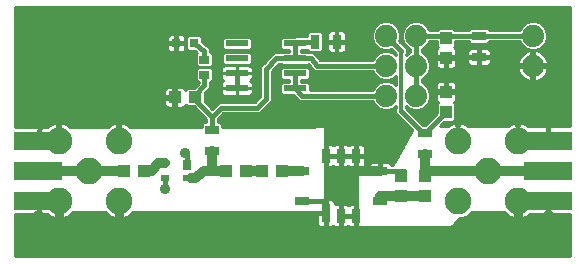
<source format=gtl>
G75*
%MOIN*%
%OFA0B0*%
%FSLAX24Y24*%
%IPPOS*%
%LPD*%
%AMOC8*
5,1,8,0,0,1.08239X$1,22.5*
%
%ADD10R,0.0780X0.0220*%
%ADD11R,0.1600X0.0600*%
%ADD12R,0.0433X0.0394*%
%ADD13R,0.0394X0.0433*%
%ADD14R,0.0472X0.0315*%
%ADD15R,0.0315X0.0472*%
%ADD16R,0.0315X0.0354*%
%ADD17R,0.0315X0.0236*%
%ADD18C,0.0740*%
%ADD19R,0.0315X0.0630*%
%ADD20C,0.0886*%
%ADD21R,0.0354X0.0276*%
%ADD22R,0.0315X0.0315*%
%ADD23C,0.0320*%
%ADD24C,0.0160*%
%ADD25C,0.0100*%
%ADD26C,0.0356*%
%ADD27C,0.0120*%
D10*
X007710Y005930D03*
X007710Y006430D03*
X007710Y006930D03*
X007710Y007430D03*
X009650Y007430D03*
X009650Y006930D03*
X009650Y006430D03*
X009650Y005930D03*
D11*
X018080Y004180D03*
X018080Y003180D03*
X018080Y002180D03*
X001080Y002180D03*
X001080Y003180D03*
X001080Y004180D03*
D12*
X003945Y003180D03*
X004615Y003180D03*
X007345Y003180D03*
X008015Y003180D03*
X008545Y003180D03*
X009215Y003180D03*
X006315Y005630D03*
X005645Y005630D03*
D13*
X013180Y003015D03*
X013980Y003015D03*
X013980Y002345D03*
X013180Y002345D03*
X014680Y005145D03*
X014680Y005815D03*
X014680Y006945D03*
X014680Y007615D03*
D14*
X015780Y007684D03*
X015780Y006976D03*
X013980Y004434D03*
X013980Y003726D03*
X012483Y003180D03*
X012483Y002180D03*
X009877Y002180D03*
X009877Y003180D03*
X006880Y003826D03*
X006880Y004534D03*
D15*
X010680Y003680D03*
X011180Y003680D03*
X011680Y003680D03*
X011680Y001680D03*
X011180Y001680D03*
X011034Y007480D03*
X010326Y007480D03*
D16*
X006034Y003377D03*
D17*
X005326Y003436D03*
X005326Y002924D03*
X006034Y002924D03*
D18*
X012680Y005680D03*
X013680Y005680D03*
X013680Y006680D03*
X012680Y006680D03*
X012680Y007680D03*
X013680Y007680D03*
X017580Y007680D03*
X017580Y006680D03*
D19*
X010680Y001759D03*
D20*
X015080Y002180D03*
X016080Y003180D03*
X015080Y004180D03*
X017080Y004180D03*
X017080Y002180D03*
X003780Y002180D03*
X001780Y002180D03*
X002780Y003180D03*
X001780Y004180D03*
X003780Y004180D03*
D21*
X006630Y006374D03*
X006630Y006886D03*
D22*
X006275Y007430D03*
X005685Y007430D03*
D23*
X006880Y003826D02*
X006880Y003180D01*
X007345Y003180D01*
X006880Y003180D02*
X006630Y003180D01*
X006330Y002930D01*
X006184Y002930D01*
X005326Y003436D02*
X005080Y003436D01*
X004880Y003180D01*
X004615Y003180D01*
X003945Y003180D02*
X002780Y003180D01*
X001080Y003180D01*
X008015Y003180D02*
X008545Y003180D01*
X009215Y003180D02*
X009877Y003180D01*
X011683Y003180D02*
X012483Y003180D01*
X013980Y003015D02*
X013980Y003726D01*
X014080Y003180D02*
X016080Y003180D01*
X017880Y003180D01*
X018080Y003180D01*
X013980Y002345D02*
X013180Y002345D01*
X012483Y002345D01*
D24*
X000360Y001700D02*
X000360Y000360D01*
X018770Y000360D01*
X018770Y001700D01*
X018150Y001700D01*
X018150Y001780D01*
X018010Y001780D01*
X018010Y001700D01*
X017479Y001700D01*
X017406Y001647D01*
X017319Y001603D01*
X017226Y001572D01*
X017148Y001560D01*
X017148Y001758D01*
X017136Y001769D01*
X017130Y001780D01*
X017012Y001780D01*
X017012Y001560D01*
X016934Y001572D01*
X016841Y001603D01*
X016754Y001647D01*
X016674Y001705D01*
X016605Y001774D01*
X016601Y001780D01*
X015559Y001780D01*
X015555Y001774D01*
X015486Y001705D01*
X015406Y001647D01*
X015319Y001603D01*
X015226Y001572D01*
X015162Y001562D01*
X014880Y001280D01*
X011914Y001280D01*
X011907Y001276D01*
X011861Y001264D01*
X011680Y001264D01*
X011680Y001280D01*
X011680Y001280D01*
X011680Y001680D01*
X011680Y001680D01*
X011680Y003680D01*
X011683Y003180D01*
X011680Y003192D02*
X010680Y003192D01*
X010680Y003264D02*
X010680Y003680D01*
X010680Y002180D01*
X009877Y002180D01*
X010680Y002180D02*
X010680Y001759D01*
X010680Y003680D01*
X011017Y003680D01*
X011180Y003680D01*
X011517Y003680D01*
X011680Y003680D01*
X011680Y004680D01*
X013369Y004680D01*
X013506Y004543D01*
X012890Y003398D01*
X012887Y003407D01*
X012863Y003448D01*
X012830Y003482D01*
X012789Y003505D01*
X012743Y003517D01*
X012483Y003517D01*
X012223Y003517D01*
X012177Y003505D01*
X012136Y003482D01*
X012103Y003448D01*
X012079Y003407D01*
X012072Y003380D01*
X012007Y003380D01*
X012017Y003420D01*
X012017Y003680D01*
X012017Y003940D01*
X012005Y003986D01*
X011982Y004027D01*
X011948Y004060D01*
X011907Y004084D01*
X011861Y004096D01*
X011680Y004096D01*
X011680Y003680D01*
X011680Y003680D01*
X012017Y003680D01*
X011680Y003680D01*
X011680Y003680D01*
X011680Y003680D01*
X011680Y004730D01*
X010680Y004730D01*
X010680Y003680D01*
X010680Y003680D01*
X010680Y003680D01*
X010680Y004096D01*
X010861Y004096D01*
X010907Y004084D01*
X010930Y004071D01*
X010953Y004084D01*
X010999Y004096D01*
X011180Y004096D01*
X011180Y003680D01*
X011180Y003680D01*
X011180Y003680D01*
X011680Y003680D01*
X011680Y003680D01*
X011680Y003680D01*
X011680Y004096D01*
X011499Y004096D01*
X011453Y004084D01*
X011430Y004071D01*
X011407Y004084D01*
X011361Y004096D01*
X011180Y004096D01*
X011180Y003680D01*
X011180Y003680D01*
X011180Y003264D01*
X011180Y003680D01*
X011180Y003680D01*
X010680Y003680D01*
X010680Y003680D01*
X010680Y003667D02*
X010680Y003667D01*
X010680Y003509D02*
X010680Y003509D01*
X010680Y003350D02*
X010680Y003350D01*
X010680Y003264D02*
X010861Y003264D01*
X010907Y003276D01*
X010930Y003289D01*
X010953Y003276D01*
X010999Y003264D01*
X011180Y003264D01*
X011361Y003264D01*
X011407Y003276D01*
X011430Y003289D01*
X011453Y003276D01*
X011499Y003264D01*
X011680Y003264D01*
X011680Y003680D01*
X011680Y003667D02*
X011680Y003667D01*
X011680Y003509D02*
X011680Y003509D01*
X011680Y003350D02*
X011680Y003350D01*
X012017Y003509D02*
X012190Y003509D01*
X012017Y003667D02*
X013035Y003667D01*
X012949Y003509D02*
X012777Y003509D01*
X012483Y003509D02*
X012483Y003509D01*
X012483Y003517D02*
X012483Y003380D01*
X012483Y003380D01*
X012483Y003517D01*
X012017Y003826D02*
X013120Y003826D01*
X013205Y003984D02*
X012006Y003984D01*
X011680Y003984D02*
X011680Y003984D01*
X011680Y003984D01*
X011680Y003826D02*
X011680Y003826D01*
X011680Y003826D01*
X011180Y003826D02*
X011180Y003826D01*
X011180Y003984D02*
X011180Y003984D01*
X011680Y004143D02*
X013291Y004143D01*
X013376Y004301D02*
X011680Y004301D01*
X010680Y004301D01*
X010680Y004460D02*
X011680Y004460D01*
X013461Y004460D01*
X013431Y004618D02*
X011680Y004618D01*
X010680Y004618D01*
X010680Y004143D02*
X011680Y004143D01*
X010680Y003984D02*
X010680Y003984D01*
X010680Y003826D02*
X010680Y003826D01*
X011180Y003667D02*
X011180Y003667D01*
X011180Y003509D02*
X011180Y003509D01*
X011180Y003350D02*
X011180Y003350D01*
X010680Y003033D02*
X011680Y003033D01*
X011680Y002875D02*
X010680Y002875D01*
X010680Y002716D02*
X011680Y002716D01*
X011680Y002558D02*
X010680Y002558D01*
X010680Y002399D02*
X011680Y002399D01*
X011680Y002241D02*
X010909Y002241D01*
X010907Y002241D02*
X010861Y002254D01*
X010680Y002254D01*
X010680Y001759D01*
X010680Y001759D01*
X010680Y001759D01*
X010343Y001759D01*
X010343Y001780D01*
X004259Y001780D01*
X004255Y001774D01*
X004186Y001705D01*
X004106Y001647D01*
X004019Y001603D01*
X003926Y001572D01*
X003848Y001560D01*
X003848Y001780D01*
X003712Y001780D01*
X003712Y001560D01*
X003634Y001572D01*
X003541Y001603D01*
X003454Y001647D01*
X003374Y001705D01*
X003305Y001774D01*
X003301Y001780D01*
X002259Y001780D01*
X002255Y001774D01*
X002186Y001705D01*
X002106Y001647D01*
X002019Y001603D01*
X001926Y001572D01*
X001848Y001560D01*
X001848Y001700D01*
X001712Y001700D01*
X001712Y001560D01*
X001634Y001572D01*
X001541Y001603D01*
X001454Y001647D01*
X001381Y001700D01*
X001150Y001700D01*
X001150Y001780D01*
X001010Y001780D01*
X001010Y001700D01*
X000360Y001700D01*
X000360Y001607D02*
X001533Y001607D01*
X001712Y001607D02*
X001848Y001607D01*
X002027Y001607D02*
X003533Y001607D01*
X003712Y001607D02*
X003848Y001607D01*
X004027Y001607D02*
X010343Y001607D01*
X010343Y001448D02*
X000360Y001448D01*
X000360Y001290D02*
X010430Y001290D01*
X010412Y001300D02*
X010453Y001276D01*
X010499Y001264D01*
X010680Y001264D01*
X010861Y001264D01*
X010907Y001276D01*
X010930Y001289D01*
X010953Y001276D01*
X010999Y001264D01*
X011180Y001264D01*
X011361Y001264D01*
X011407Y001276D01*
X011430Y001289D01*
X011453Y001276D01*
X011499Y001264D01*
X011680Y001264D01*
X011680Y001680D01*
X011680Y001680D01*
X011680Y001680D01*
X011180Y001680D01*
X011180Y001680D01*
X011680Y001680D01*
X011680Y001030D01*
X010680Y001030D01*
X010680Y001759D01*
X010343Y001759D01*
X010343Y001420D01*
X010355Y001374D01*
X010378Y001333D01*
X010412Y001300D01*
X010680Y001290D02*
X010680Y001290D01*
X010680Y001290D01*
X010680Y001264D02*
X010680Y001759D01*
X010680Y001759D01*
X010680Y001264D01*
X010861Y001264D01*
X010907Y001276D01*
X010930Y001289D01*
X010953Y001276D01*
X010999Y001264D01*
X011180Y001264D01*
X011180Y001680D01*
X011180Y001680D01*
X011180Y001680D01*
X011180Y002096D01*
X011361Y002096D01*
X011407Y002084D01*
X011430Y002071D01*
X011453Y002084D01*
X011499Y002096D01*
X011680Y002096D01*
X011680Y001680D01*
X011680Y001680D01*
X011680Y001680D01*
X011343Y001680D01*
X011180Y001680D01*
X011180Y001680D01*
X011180Y001264D01*
X011180Y001680D01*
X011180Y001680D01*
X011343Y001680D01*
X011680Y001680D01*
X011680Y001264D01*
X011499Y001264D01*
X011453Y001276D01*
X011430Y001289D01*
X011407Y001276D01*
X011361Y001264D01*
X011180Y001264D01*
X011180Y001680D01*
X011180Y002096D01*
X011017Y002096D01*
X011017Y002097D01*
X011005Y002143D01*
X010982Y002184D01*
X010948Y002218D01*
X010907Y002241D01*
X010680Y002241D02*
X010680Y002241D01*
X010680Y002082D02*
X010680Y002082D01*
X010680Y001924D02*
X010680Y001924D01*
X010680Y001765D02*
X010680Y001765D01*
X010680Y001759D02*
X010680Y001264D01*
X010680Y001131D02*
X011680Y001131D01*
X011680Y001290D02*
X011680Y001290D01*
X011680Y001290D01*
X011680Y001448D02*
X011680Y001448D01*
X011680Y001448D01*
X011680Y001607D02*
X011680Y001607D01*
X011680Y001607D01*
X011680Y001765D02*
X011680Y001765D01*
X011680Y001924D02*
X011680Y001924D01*
X011680Y002082D02*
X011680Y002082D01*
X011450Y002082D02*
X011410Y002082D01*
X011180Y002082D02*
X011180Y002082D01*
X011180Y001924D02*
X011180Y001924D01*
X011180Y001765D02*
X011180Y001765D01*
X011180Y001607D02*
X011180Y001607D01*
X011180Y001607D01*
X011180Y001448D02*
X011180Y001448D01*
X011180Y001448D01*
X011180Y001290D02*
X011180Y001290D01*
X011180Y001290D01*
X010680Y001448D02*
X010680Y001448D01*
X010680Y001448D01*
X010680Y001607D02*
X010680Y001607D01*
X010680Y001607D01*
X010680Y001759D02*
X010680Y001759D01*
X010343Y001765D02*
X004246Y001765D01*
X003848Y001765D02*
X003712Y001765D01*
X003314Y001765D02*
X002246Y001765D01*
X001150Y001765D02*
X001010Y001765D01*
X001080Y002180D02*
X001180Y001030D01*
X000360Y000973D02*
X018770Y000973D01*
X018770Y000814D02*
X000360Y000814D01*
X000360Y000656D02*
X018770Y000656D01*
X018770Y000497D02*
X000360Y000497D01*
X000360Y001131D02*
X018770Y001131D01*
X018770Y001290D02*
X014890Y001290D01*
X015048Y001448D02*
X018770Y001448D01*
X018770Y001607D02*
X017327Y001607D01*
X017148Y001607D02*
X017012Y001607D01*
X016833Y001607D02*
X015327Y001607D01*
X015546Y001765D02*
X016614Y001765D01*
X017012Y001765D02*
X017140Y001765D01*
X018010Y001765D02*
X018150Y001765D01*
X018080Y002180D02*
X018080Y001080D01*
X014080Y003180D02*
X013980Y003015D01*
X013280Y003180D02*
X013180Y003015D01*
X013280Y003180D02*
X012483Y003180D01*
X012483Y002345D02*
X012483Y002180D01*
X013926Y004434D02*
X013180Y005180D01*
X012680Y005680D02*
X009880Y005680D01*
X009650Y005930D01*
X009650Y006430D01*
X010180Y006930D02*
X010380Y006680D01*
X012680Y006680D01*
X013680Y006680D02*
X013680Y005680D01*
X014680Y005145D02*
X013980Y004445D01*
X013980Y004434D01*
X013926Y004434D01*
X018080Y004180D02*
X018080Y006695D01*
X017580Y006680D01*
X017580Y007680D02*
X014680Y007680D01*
X013680Y007680D01*
X013680Y006680D01*
X013180Y007180D02*
X012680Y007680D01*
X014680Y007680D02*
X014680Y007615D01*
X014680Y007680D02*
X015780Y007684D01*
X010326Y007480D02*
X009730Y007480D01*
X009730Y007430D01*
X009650Y007430D01*
X009650Y006930D01*
X009030Y006930D01*
X008680Y006580D01*
X008680Y005580D01*
X008380Y005280D01*
X007180Y005280D01*
X006880Y004980D01*
X006315Y005545D01*
X006315Y005630D01*
X006315Y005715D01*
X006630Y006030D01*
X006630Y006374D01*
X006630Y006886D02*
X006630Y007175D01*
X006275Y007430D01*
X007710Y006430D02*
X007710Y005930D01*
X006880Y004980D02*
X006880Y004534D01*
X006034Y003780D02*
X006034Y003377D01*
X006034Y003780D02*
X005980Y003780D01*
X006034Y002924D02*
X006184Y002930D01*
X005326Y002930D02*
X005330Y002580D01*
X005326Y002924D02*
X005326Y002930D01*
X001080Y004180D02*
X001180Y004930D01*
X009650Y006930D02*
X010180Y006930D01*
D25*
X010322Y007057D02*
X010279Y007110D01*
X010267Y007111D01*
X010259Y007120D01*
X010191Y007120D01*
X010123Y007128D01*
X010115Y007121D01*
X010086Y007150D01*
X009840Y007150D01*
X009840Y007210D01*
X010058Y007210D01*
X010058Y007198D01*
X010123Y007134D01*
X010529Y007134D01*
X010593Y007198D01*
X010593Y007762D01*
X010529Y007826D01*
X010123Y007826D01*
X010058Y007762D01*
X010058Y007670D01*
X009651Y007670D01*
X009631Y007650D01*
X009214Y007650D01*
X009150Y007586D01*
X009150Y007274D01*
X009214Y007210D01*
X009460Y007210D01*
X009460Y007150D01*
X009214Y007150D01*
X009184Y007120D01*
X008951Y007120D01*
X008601Y006770D01*
X008490Y006659D01*
X008490Y005659D01*
X008301Y005470D01*
X007101Y005470D01*
X006880Y005249D01*
X006641Y005488D01*
X006641Y005772D01*
X006709Y005840D01*
X006820Y005951D01*
X006820Y006126D01*
X006853Y006126D01*
X006917Y006191D01*
X006917Y006557D01*
X006853Y006622D01*
X006407Y006622D01*
X006343Y006557D01*
X006343Y006191D01*
X006407Y006126D01*
X006440Y006126D01*
X006440Y006109D01*
X006268Y005937D01*
X006053Y005937D01*
X006001Y005886D01*
X005982Y005919D01*
X005954Y005947D01*
X005920Y005967D01*
X005882Y005977D01*
X005694Y005977D01*
X005694Y005678D01*
X005597Y005678D01*
X005597Y005582D01*
X005279Y005582D01*
X005279Y005413D01*
X005289Y005375D01*
X005309Y005341D01*
X005337Y005313D01*
X005371Y005293D01*
X005409Y005283D01*
X005597Y005283D01*
X005597Y005582D01*
X005694Y005582D01*
X005694Y005283D01*
X005882Y005283D01*
X005920Y005293D01*
X005954Y005313D01*
X005982Y005341D01*
X006001Y005374D01*
X006053Y005323D01*
X006268Y005323D01*
X006690Y004901D01*
X006690Y004802D01*
X006598Y004802D01*
X006534Y004737D01*
X006534Y004647D01*
X004155Y004641D01*
X004091Y004687D01*
X004008Y004729D01*
X003919Y004758D01*
X003830Y004772D01*
X003830Y004640D01*
X003730Y004639D01*
X003730Y004772D01*
X003641Y004758D01*
X003552Y004729D01*
X003469Y004687D01*
X003402Y004639D01*
X002162Y004635D01*
X002091Y004687D01*
X002008Y004729D01*
X001919Y004758D01*
X001830Y004772D01*
X001830Y004634D01*
X001730Y004634D01*
X001730Y004772D01*
X001641Y004758D01*
X001552Y004729D01*
X001469Y004687D01*
X001395Y004633D01*
X000330Y004630D01*
X000330Y008626D01*
X018800Y008626D01*
X018800Y004680D01*
X017406Y004676D01*
X017391Y004687D01*
X017308Y004729D01*
X017219Y004758D01*
X017130Y004772D01*
X017130Y004675D01*
X017030Y004675D01*
X017030Y004772D01*
X016941Y004758D01*
X016852Y004729D01*
X016769Y004687D01*
X016751Y004674D01*
X015413Y004671D01*
X015391Y004687D01*
X015308Y004729D01*
X015219Y004758D01*
X015130Y004772D01*
X015130Y004670D01*
X015030Y004670D01*
X015030Y004772D01*
X014941Y004758D01*
X014852Y004729D01*
X014769Y004687D01*
X014744Y004669D01*
X014471Y004668D01*
X014622Y004819D01*
X014922Y004819D01*
X014987Y004883D01*
X014987Y005407D01*
X014936Y005459D01*
X014969Y005478D01*
X014997Y005506D01*
X015017Y005540D01*
X015027Y005578D01*
X015027Y005766D01*
X014728Y005766D01*
X014728Y005863D01*
X014632Y005863D01*
X014632Y006181D01*
X014463Y006181D01*
X014425Y006171D01*
X014391Y006151D01*
X014363Y006123D01*
X014343Y006089D01*
X014333Y006051D01*
X014333Y005863D01*
X014632Y005863D01*
X014632Y005766D01*
X014333Y005766D01*
X014333Y005578D01*
X014343Y005540D01*
X014363Y005506D01*
X014391Y005478D01*
X014424Y005459D01*
X014373Y005407D01*
X014373Y005107D01*
X013968Y004702D01*
X013927Y004702D01*
X013350Y005279D01*
X013350Y005331D01*
X013408Y005273D01*
X013585Y005200D01*
X013775Y005200D01*
X013952Y005273D01*
X014087Y005408D01*
X014160Y005585D01*
X014160Y005775D01*
X014087Y005952D01*
X013952Y006087D01*
X013870Y006121D01*
X013870Y006239D01*
X013952Y006273D01*
X014087Y006408D01*
X014160Y006585D01*
X014160Y006775D01*
X014087Y006952D01*
X013952Y007087D01*
X013870Y007121D01*
X013870Y007239D01*
X013952Y007273D01*
X014087Y007408D01*
X014121Y007490D01*
X014373Y007490D01*
X014373Y007353D01*
X014424Y007301D01*
X014391Y007282D01*
X014363Y007254D01*
X014343Y007220D01*
X014333Y007182D01*
X014333Y006994D01*
X014632Y006994D01*
X014632Y006897D01*
X014728Y006897D01*
X014728Y006579D01*
X014897Y006579D01*
X014935Y006589D01*
X014969Y006609D01*
X014997Y006637D01*
X015017Y006671D01*
X015027Y006709D01*
X015027Y006897D01*
X014728Y006897D01*
X014728Y006994D01*
X015027Y006994D01*
X015027Y007182D01*
X015017Y007220D01*
X014997Y007254D01*
X014969Y007282D01*
X014936Y007301D01*
X014987Y007353D01*
X014987Y007490D01*
X015434Y007490D01*
X015434Y007481D01*
X015498Y007417D01*
X016062Y007417D01*
X016126Y007481D01*
X016126Y007490D01*
X017139Y007490D01*
X017173Y007408D01*
X017308Y007273D01*
X017485Y007200D01*
X017675Y007200D01*
X017852Y007273D01*
X017987Y007408D01*
X018060Y007585D01*
X018060Y007775D01*
X017987Y007952D01*
X017852Y008087D01*
X017675Y008160D01*
X017485Y008160D01*
X017308Y008087D01*
X017173Y007952D01*
X017139Y007870D01*
X016126Y007870D01*
X016126Y007887D01*
X016062Y007952D01*
X015498Y007952D01*
X015434Y007887D01*
X015434Y007873D01*
X014987Y007871D01*
X014987Y007877D01*
X014922Y007941D01*
X014438Y007941D01*
X014373Y007877D01*
X014373Y007870D01*
X014121Y007870D01*
X014087Y007952D01*
X013952Y008087D01*
X013775Y008160D01*
X013585Y008160D01*
X013408Y008087D01*
X013273Y007952D01*
X013200Y007775D01*
X013200Y007585D01*
X013273Y007408D01*
X013408Y007273D01*
X013490Y007239D01*
X013490Y007121D01*
X013408Y007087D01*
X013350Y007029D01*
X013350Y007081D01*
X013370Y007101D01*
X013370Y007259D01*
X013126Y007503D01*
X013160Y007585D01*
X013160Y007775D01*
X013087Y007952D01*
X012952Y008087D01*
X012775Y008160D01*
X012585Y008160D01*
X012408Y008087D01*
X012273Y007952D01*
X012200Y007775D01*
X012200Y007585D01*
X012273Y007408D01*
X012408Y007273D01*
X012585Y007200D01*
X012775Y007200D01*
X012857Y007234D01*
X013010Y007081D01*
X013010Y007029D01*
X012952Y007087D01*
X012775Y007160D01*
X012585Y007160D01*
X012408Y007087D01*
X012273Y006952D01*
X012239Y006870D01*
X010471Y006870D01*
X010370Y006997D01*
X010370Y007009D01*
X010322Y007057D01*
X010307Y007075D02*
X012396Y007075D01*
X012298Y006977D02*
X010386Y006977D01*
X010465Y006878D02*
X012242Y006878D01*
X012239Y006490D02*
X012273Y006408D01*
X012408Y006273D01*
X012585Y006200D01*
X012775Y006200D01*
X012952Y006273D01*
X013010Y006331D01*
X013010Y006029D01*
X012952Y006087D01*
X012775Y006160D01*
X012585Y006160D01*
X012408Y006087D01*
X012273Y005952D01*
X012239Y005870D01*
X010150Y005870D01*
X010150Y006086D01*
X010086Y006150D01*
X009840Y006150D01*
X009840Y006210D01*
X010086Y006210D01*
X010150Y006274D01*
X010150Y006586D01*
X010086Y006650D01*
X009214Y006650D01*
X009150Y006586D01*
X009150Y006274D01*
X009214Y006210D01*
X009460Y006210D01*
X009460Y006150D01*
X009214Y006150D01*
X009150Y006086D01*
X009150Y005774D01*
X009214Y005710D01*
X009594Y005710D01*
X009690Y005606D01*
X009690Y005601D01*
X009743Y005548D01*
X009793Y005493D01*
X009798Y005493D01*
X009801Y005490D01*
X009876Y005490D01*
X009951Y005487D01*
X009954Y005490D01*
X012239Y005490D01*
X012273Y005408D01*
X012408Y005273D01*
X012585Y005200D01*
X012775Y005200D01*
X012952Y005273D01*
X013010Y005331D01*
X013010Y005279D01*
X012990Y005259D01*
X012990Y005101D01*
X013426Y004665D01*
X007226Y004649D01*
X007226Y004737D01*
X007162Y004802D01*
X007070Y004802D01*
X007070Y004901D01*
X007259Y005090D01*
X008459Y005090D01*
X008570Y005201D01*
X008870Y005501D01*
X008870Y006501D01*
X009109Y006740D01*
X009184Y006740D01*
X009214Y006710D01*
X010086Y006710D01*
X010101Y006725D01*
X010190Y006613D01*
X010190Y006601D01*
X010238Y006553D01*
X010281Y006500D01*
X010293Y006499D01*
X010301Y006490D01*
X010369Y006490D01*
X010437Y006482D01*
X010447Y006490D01*
X012239Y006490D01*
X012242Y006484D02*
X010439Y006484D01*
X010423Y006484D02*
X010150Y006484D01*
X010150Y006386D02*
X012296Y006386D01*
X012394Y006287D02*
X010150Y006287D01*
X009840Y006189D02*
X013010Y006189D01*
X013010Y006287D02*
X012966Y006287D01*
X012944Y006090D02*
X013010Y006090D01*
X012416Y006090D02*
X010146Y006090D01*
X010150Y005992D02*
X012313Y005992D01*
X012249Y005893D02*
X010150Y005893D01*
X009607Y005696D02*
X008870Y005696D01*
X008870Y005598D02*
X009694Y005598D01*
X009788Y005499D02*
X008868Y005499D01*
X008769Y005401D02*
X012281Y005401D01*
X012379Y005302D02*
X008671Y005302D01*
X008572Y005204D02*
X012576Y005204D01*
X012784Y005204D02*
X012990Y005204D01*
X012981Y005302D02*
X013010Y005302D01*
X013350Y005302D02*
X013379Y005302D01*
X013425Y005204D02*
X013576Y005204D01*
X013784Y005204D02*
X014373Y005204D01*
X014373Y005302D02*
X013981Y005302D01*
X014079Y005401D02*
X014373Y005401D01*
X014370Y005499D02*
X014125Y005499D01*
X014160Y005598D02*
X014333Y005598D01*
X014333Y005696D02*
X014160Y005696D01*
X014152Y005795D02*
X014632Y005795D01*
X014728Y005795D02*
X018800Y005795D01*
X018800Y005893D02*
X015027Y005893D01*
X015027Y005863D02*
X015027Y006051D01*
X015017Y006089D01*
X014997Y006123D01*
X014969Y006151D01*
X014935Y006171D01*
X014897Y006181D01*
X014728Y006181D01*
X014728Y005863D01*
X015027Y005863D01*
X015027Y005992D02*
X018800Y005992D01*
X018800Y006090D02*
X015016Y006090D01*
X014728Y006090D02*
X014632Y006090D01*
X014632Y005992D02*
X014728Y005992D01*
X014728Y005893D02*
X014632Y005893D01*
X014333Y005893D02*
X014111Y005893D01*
X014047Y005992D02*
X014333Y005992D01*
X014344Y006090D02*
X013944Y006090D01*
X013870Y006189D02*
X017410Y006189D01*
X017380Y006198D02*
X017458Y006173D01*
X017530Y006161D01*
X017530Y006630D01*
X017630Y006630D01*
X017630Y006730D01*
X018099Y006730D01*
X018087Y006802D01*
X018062Y006880D01*
X018025Y006953D01*
X017977Y007019D01*
X017919Y007077D01*
X017853Y007125D01*
X017780Y007162D01*
X017702Y007187D01*
X017630Y007199D01*
X017630Y006730D01*
X017530Y006730D01*
X017530Y007199D01*
X017458Y007187D01*
X017380Y007162D01*
X017307Y007125D01*
X017241Y007077D01*
X017183Y007019D01*
X017135Y006953D01*
X017098Y006880D01*
X017073Y006802D01*
X017061Y006730D01*
X017530Y006730D01*
X017530Y006630D01*
X017061Y006630D01*
X017073Y006558D01*
X017098Y006480D01*
X017135Y006407D01*
X017183Y006341D01*
X017241Y006283D01*
X017307Y006235D01*
X017380Y006198D01*
X017530Y006189D02*
X017630Y006189D01*
X017630Y006161D02*
X017702Y006173D01*
X017780Y006198D01*
X017853Y006235D01*
X017919Y006283D01*
X017977Y006341D01*
X018025Y006407D01*
X018062Y006480D01*
X018087Y006558D01*
X018099Y006630D01*
X017630Y006630D01*
X017630Y006161D01*
X017750Y006189D02*
X018800Y006189D01*
X018800Y006287D02*
X017922Y006287D01*
X018009Y006386D02*
X018800Y006386D01*
X018800Y006484D02*
X018063Y006484D01*
X018091Y006583D02*
X018800Y006583D01*
X018800Y006681D02*
X017630Y006681D01*
X017630Y006583D02*
X017530Y006583D01*
X017530Y006681D02*
X016079Y006681D01*
X016074Y006678D02*
X016108Y006698D01*
X016136Y006726D01*
X016156Y006760D01*
X016166Y006798D01*
X016166Y006947D01*
X015809Y006947D01*
X015809Y007004D01*
X016166Y007004D01*
X016166Y007153D01*
X016156Y007191D01*
X016136Y007225D01*
X016108Y007253D01*
X016074Y007273D01*
X016036Y007283D01*
X015809Y007283D01*
X015809Y007004D01*
X015751Y007004D01*
X015751Y006947D01*
X015394Y006947D01*
X015394Y006798D01*
X015404Y006760D01*
X015424Y006726D01*
X015452Y006698D01*
X015486Y006678D01*
X015524Y006668D01*
X015751Y006668D01*
X015751Y006947D01*
X015809Y006947D01*
X015809Y006668D01*
X016036Y006668D01*
X016074Y006678D01*
X016161Y006780D02*
X017069Y006780D01*
X017098Y006878D02*
X016166Y006878D01*
X016166Y007075D02*
X017240Y007075D01*
X017153Y006977D02*
X015809Y006977D01*
X015751Y006977D02*
X014728Y006977D01*
X014632Y006977D02*
X014062Y006977D01*
X014118Y006878D02*
X014333Y006878D01*
X014333Y006897D02*
X014333Y006709D01*
X014343Y006671D01*
X014363Y006637D01*
X014391Y006609D01*
X014425Y006589D01*
X014463Y006579D01*
X014632Y006579D01*
X014632Y006897D01*
X014333Y006897D01*
X014333Y006780D02*
X014158Y006780D01*
X014160Y006681D02*
X014341Y006681D01*
X014450Y006583D02*
X014159Y006583D01*
X014118Y006484D02*
X017097Y006484D01*
X017069Y006583D02*
X014910Y006583D01*
X015019Y006681D02*
X015481Y006681D01*
X015399Y006780D02*
X015027Y006780D01*
X015027Y006878D02*
X015394Y006878D01*
X015394Y007004D02*
X015751Y007004D01*
X015751Y007283D01*
X015524Y007283D01*
X015486Y007273D01*
X015452Y007253D01*
X015424Y007225D01*
X015404Y007191D01*
X015394Y007153D01*
X015394Y007004D01*
X015394Y007075D02*
X015027Y007075D01*
X015027Y007174D02*
X015399Y007174D01*
X015484Y007272D02*
X014979Y007272D01*
X014987Y007371D02*
X017211Y007371D01*
X017148Y007469D02*
X016114Y007469D01*
X016076Y007272D02*
X017311Y007272D01*
X017416Y007174D02*
X016161Y007174D01*
X015809Y007174D02*
X015751Y007174D01*
X015751Y007272D02*
X015809Y007272D01*
X015446Y007469D02*
X014987Y007469D01*
X014373Y007469D02*
X014112Y007469D01*
X014049Y007371D02*
X014373Y007371D01*
X014381Y007272D02*
X013949Y007272D01*
X013870Y007174D02*
X014333Y007174D01*
X014333Y007075D02*
X013964Y007075D01*
X013490Y007174D02*
X013370Y007174D01*
X013357Y007272D02*
X013411Y007272D01*
X013311Y007371D02*
X013258Y007371D01*
X013248Y007469D02*
X013160Y007469D01*
X013153Y007568D02*
X013207Y007568D01*
X013200Y007666D02*
X013160Y007666D01*
X013160Y007765D02*
X013200Y007765D01*
X013236Y007863D02*
X013124Y007863D01*
X013077Y007962D02*
X013283Y007962D01*
X013381Y008060D02*
X012979Y008060D01*
X012779Y008159D02*
X013581Y008159D01*
X013779Y008159D02*
X017481Y008159D01*
X017679Y008159D02*
X018800Y008159D01*
X018800Y008257D02*
X000330Y008257D01*
X000330Y008159D02*
X012581Y008159D01*
X012381Y008060D02*
X000330Y008060D01*
X000330Y007962D02*
X012283Y007962D01*
X012236Y007863D02*
X011224Y007863D01*
X011212Y007866D02*
X011063Y007866D01*
X011063Y007509D01*
X011006Y007509D01*
X011006Y007866D01*
X010857Y007866D01*
X010819Y007856D01*
X010785Y007836D01*
X010757Y007808D01*
X010737Y007774D01*
X010727Y007736D01*
X010727Y007509D01*
X011006Y007509D01*
X011006Y007451D01*
X011063Y007451D01*
X011063Y007094D01*
X011212Y007094D01*
X011250Y007104D01*
X011284Y007124D01*
X011312Y007152D01*
X011332Y007186D01*
X011342Y007224D01*
X011342Y007451D01*
X011063Y007451D01*
X011063Y007509D01*
X011342Y007509D01*
X011342Y007736D01*
X011332Y007774D01*
X011312Y007808D01*
X011284Y007836D01*
X011250Y007856D01*
X011212Y007866D01*
X011063Y007863D02*
X011006Y007863D01*
X011006Y007765D02*
X011063Y007765D01*
X011063Y007666D02*
X011006Y007666D01*
X011006Y007568D02*
X011063Y007568D01*
X011063Y007469D02*
X012248Y007469D01*
X012207Y007568D02*
X011342Y007568D01*
X011342Y007666D02*
X012200Y007666D01*
X012200Y007765D02*
X011334Y007765D01*
X011006Y007469D02*
X010593Y007469D01*
X010593Y007371D02*
X010727Y007371D01*
X010727Y007451D02*
X010727Y007224D01*
X010737Y007186D01*
X010757Y007152D01*
X010785Y007124D01*
X010819Y007104D01*
X010857Y007094D01*
X011006Y007094D01*
X011006Y007451D01*
X010727Y007451D01*
X010727Y007568D02*
X010593Y007568D01*
X010593Y007666D02*
X010727Y007666D01*
X010735Y007765D02*
X010590Y007765D01*
X010845Y007863D02*
X000330Y007863D01*
X000330Y007765D02*
X010061Y007765D01*
X009647Y007666D02*
X006510Y007666D01*
X006478Y007697D02*
X006543Y007633D01*
X006543Y007472D01*
X006691Y007365D01*
X006709Y007365D01*
X006753Y007321D01*
X006805Y007284D01*
X006808Y007266D01*
X006820Y007254D01*
X006820Y007191D01*
X006829Y007134D01*
X006853Y007134D01*
X006917Y007069D01*
X006917Y006703D01*
X006853Y006638D01*
X006407Y006638D01*
X006343Y006703D01*
X006343Y007069D01*
X006388Y007115D01*
X006322Y007163D01*
X006072Y007163D01*
X006008Y007227D01*
X006008Y007633D01*
X006072Y007697D01*
X006478Y007697D01*
X006543Y007568D02*
X007210Y007568D01*
X007210Y007586D02*
X007210Y007274D01*
X007274Y007210D01*
X008146Y007210D01*
X008210Y007274D01*
X008210Y007586D01*
X008146Y007650D01*
X007274Y007650D01*
X007210Y007586D01*
X007210Y007469D02*
X006547Y007469D01*
X006684Y007371D02*
X007210Y007371D01*
X007212Y007272D02*
X006807Y007272D01*
X006823Y007174D02*
X009460Y007174D01*
X009152Y007272D02*
X008208Y007272D01*
X008210Y007371D02*
X009150Y007371D01*
X009150Y007469D02*
X008210Y007469D01*
X008210Y007568D02*
X009150Y007568D01*
X009840Y007174D02*
X010083Y007174D01*
X010568Y007174D02*
X010744Y007174D01*
X010727Y007272D02*
X010593Y007272D01*
X011006Y007272D02*
X011063Y007272D01*
X011063Y007174D02*
X011006Y007174D01*
X011006Y007371D02*
X011063Y007371D01*
X011342Y007371D02*
X012311Y007371D01*
X012411Y007272D02*
X011342Y007272D01*
X011324Y007174D02*
X012918Y007174D01*
X012964Y007075D02*
X013010Y007075D01*
X013350Y007075D02*
X013396Y007075D01*
X014064Y006386D02*
X017151Y006386D01*
X017238Y006287D02*
X013966Y006287D01*
X014632Y006583D02*
X014728Y006583D01*
X014728Y006681D02*
X014632Y006681D01*
X014632Y006780D02*
X014728Y006780D01*
X014728Y006878D02*
X014632Y006878D01*
X015751Y006878D02*
X015809Y006878D01*
X015809Y006780D02*
X015751Y006780D01*
X015751Y006681D02*
X015809Y006681D01*
X015809Y007075D02*
X015751Y007075D01*
X017530Y007075D02*
X017630Y007075D01*
X017630Y006977D02*
X017530Y006977D01*
X017530Y006878D02*
X017630Y006878D01*
X017630Y006780D02*
X017530Y006780D01*
X018007Y006977D02*
X018800Y006977D01*
X018800Y007075D02*
X017920Y007075D01*
X017744Y007174D02*
X018800Y007174D01*
X018800Y007272D02*
X017849Y007272D01*
X017949Y007371D02*
X018800Y007371D01*
X018800Y007469D02*
X018012Y007469D01*
X018053Y007568D02*
X018800Y007568D01*
X018800Y007666D02*
X018060Y007666D01*
X018060Y007765D02*
X018800Y007765D01*
X018800Y007863D02*
X018024Y007863D01*
X017977Y007962D02*
X018800Y007962D01*
X018800Y008060D02*
X017879Y008060D01*
X017281Y008060D02*
X013979Y008060D01*
X014077Y007962D02*
X017183Y007962D01*
X017530Y007174D02*
X017630Y007174D01*
X018062Y006878D02*
X018800Y006878D01*
X018800Y006780D02*
X018091Y006780D01*
X017630Y006484D02*
X017530Y006484D01*
X017530Y006386D02*
X017630Y006386D01*
X017630Y006287D02*
X017530Y006287D01*
X018800Y005696D02*
X015027Y005696D01*
X015027Y005598D02*
X018800Y005598D01*
X018800Y005499D02*
X014990Y005499D01*
X014987Y005401D02*
X018800Y005401D01*
X018800Y005302D02*
X014987Y005302D01*
X014987Y005204D02*
X018800Y005204D01*
X018800Y005105D02*
X014987Y005105D01*
X014987Y005007D02*
X018800Y005007D01*
X018800Y004908D02*
X014987Y004908D01*
X015030Y004711D02*
X015130Y004711D01*
X014816Y004711D02*
X014514Y004711D01*
X014613Y004810D02*
X018800Y004810D01*
X018800Y004711D02*
X017344Y004711D01*
X017130Y004711D02*
X017030Y004711D01*
X016816Y004711D02*
X015344Y004711D01*
X014371Y005105D02*
X013524Y005105D01*
X013622Y005007D02*
X014272Y005007D01*
X014174Y004908D02*
X013721Y004908D01*
X013819Y004810D02*
X014075Y004810D01*
X013977Y004711D02*
X013918Y004711D01*
X013380Y004711D02*
X007226Y004711D01*
X007070Y004810D02*
X013282Y004810D01*
X013183Y004908D02*
X007077Y004908D01*
X007175Y005007D02*
X013085Y005007D01*
X012990Y005105D02*
X008474Y005105D01*
X008330Y005499D02*
X006641Y005499D01*
X006641Y005598D02*
X008429Y005598D01*
X008490Y005696D02*
X008185Y005696D01*
X008192Y005700D02*
X008220Y005728D01*
X008240Y005762D01*
X008250Y005800D01*
X008250Y005925D01*
X007715Y005925D01*
X007715Y005935D01*
X008250Y005935D01*
X008250Y006060D01*
X008240Y006098D01*
X008220Y006132D01*
X008192Y006160D01*
X008158Y006180D01*
X008192Y006200D01*
X008220Y006228D01*
X008240Y006262D01*
X008250Y006300D01*
X008250Y006425D01*
X007715Y006425D01*
X007715Y006435D01*
X007705Y006435D01*
X007705Y006690D01*
X007300Y006690D01*
X007262Y006680D01*
X007228Y006660D01*
X007200Y006632D01*
X007180Y006598D01*
X007170Y006560D01*
X007170Y006435D01*
X007705Y006435D01*
X007705Y006425D01*
X007170Y006425D01*
X007170Y006300D01*
X007180Y006262D01*
X007200Y006228D01*
X007228Y006200D01*
X007262Y006180D01*
X007263Y006180D01*
X007262Y006180D01*
X007228Y006160D01*
X007200Y006132D01*
X007180Y006098D01*
X007170Y006060D01*
X007170Y005935D01*
X007705Y005935D01*
X007705Y006190D01*
X007705Y006425D01*
X007715Y006425D01*
X007715Y005935D01*
X007705Y005935D01*
X007705Y005925D01*
X007170Y005925D01*
X007170Y005800D01*
X007180Y005762D01*
X007200Y005728D01*
X007228Y005700D01*
X007262Y005680D01*
X007300Y005670D01*
X007705Y005670D01*
X007705Y005925D01*
X007715Y005925D01*
X007715Y005670D01*
X008120Y005670D01*
X008158Y005680D01*
X008192Y005700D01*
X008248Y005795D02*
X008490Y005795D01*
X008490Y005893D02*
X008250Y005893D01*
X008250Y005992D02*
X008490Y005992D01*
X008490Y006090D02*
X008242Y006090D01*
X008158Y006180D02*
X008157Y006180D01*
X008158Y006180D01*
X008172Y006189D02*
X008490Y006189D01*
X008490Y006287D02*
X008246Y006287D01*
X008250Y006386D02*
X008490Y006386D01*
X008490Y006484D02*
X008250Y006484D01*
X008250Y006435D02*
X008250Y006560D01*
X008240Y006598D01*
X008220Y006632D01*
X008192Y006660D01*
X008158Y006680D01*
X008120Y006690D01*
X007715Y006690D01*
X007715Y006435D01*
X008250Y006435D01*
X008244Y006583D02*
X008490Y006583D01*
X008512Y006681D02*
X008153Y006681D01*
X008146Y006710D02*
X008210Y006774D01*
X008210Y007086D01*
X008146Y007150D01*
X007274Y007150D01*
X007210Y007086D01*
X007210Y006774D01*
X007274Y006710D01*
X008146Y006710D01*
X008210Y006780D02*
X008611Y006780D01*
X008709Y006878D02*
X008210Y006878D01*
X008210Y006977D02*
X008808Y006977D01*
X008906Y007075D02*
X008210Y007075D01*
X007715Y006681D02*
X007705Y006681D01*
X007705Y006583D02*
X007715Y006583D01*
X007705Y006484D02*
X007715Y006484D01*
X007705Y006386D02*
X007715Y006386D01*
X007705Y006287D02*
X007715Y006287D01*
X007705Y006189D02*
X007715Y006189D01*
X007705Y006090D02*
X007715Y006090D01*
X007705Y005992D02*
X007715Y005992D01*
X007705Y005893D02*
X007715Y005893D01*
X007705Y005795D02*
X007715Y005795D01*
X007705Y005696D02*
X007715Y005696D01*
X007235Y005696D02*
X006641Y005696D01*
X006663Y005795D02*
X007172Y005795D01*
X007170Y005893D02*
X006762Y005893D01*
X006820Y005992D02*
X007170Y005992D01*
X007178Y006090D02*
X006820Y006090D01*
X006915Y006189D02*
X007248Y006189D01*
X007174Y006287D02*
X006917Y006287D01*
X006917Y006386D02*
X007170Y006386D01*
X007170Y006484D02*
X006917Y006484D01*
X006892Y006583D02*
X007176Y006583D01*
X007267Y006681D02*
X006896Y006681D01*
X006917Y006780D02*
X007210Y006780D01*
X007210Y006878D02*
X006917Y006878D01*
X006917Y006977D02*
X007210Y006977D01*
X007210Y007075D02*
X006911Y007075D01*
X006349Y007075D02*
X000330Y007075D01*
X000330Y006977D02*
X006343Y006977D01*
X006343Y006878D02*
X000330Y006878D01*
X000330Y006780D02*
X006343Y006780D01*
X006364Y006681D02*
X000330Y006681D01*
X000330Y006583D02*
X006368Y006583D01*
X006343Y006484D02*
X000330Y006484D01*
X000330Y006386D02*
X006343Y006386D01*
X006343Y006287D02*
X000330Y006287D01*
X000330Y006189D02*
X006345Y006189D01*
X006421Y006090D02*
X000330Y006090D01*
X000330Y005992D02*
X006323Y005992D01*
X006009Y005893D02*
X005997Y005893D01*
X005694Y005893D02*
X005597Y005893D01*
X005597Y005977D02*
X005409Y005977D01*
X005371Y005967D01*
X005337Y005947D01*
X005309Y005919D01*
X005289Y005885D01*
X005279Y005847D01*
X005279Y005678D01*
X005597Y005678D01*
X005597Y005977D01*
X005597Y005795D02*
X005694Y005795D01*
X005694Y005696D02*
X005597Y005696D01*
X005597Y005598D02*
X000330Y005598D01*
X000330Y005696D02*
X005279Y005696D01*
X005279Y005795D02*
X000330Y005795D01*
X000330Y005893D02*
X005294Y005893D01*
X005279Y005499D02*
X000330Y005499D01*
X000330Y005401D02*
X005282Y005401D01*
X005356Y005302D02*
X000330Y005302D01*
X000330Y005204D02*
X006388Y005204D01*
X006289Y005302D02*
X005935Y005302D01*
X005694Y005302D02*
X005597Y005302D01*
X005597Y005401D02*
X005694Y005401D01*
X005694Y005499D02*
X005597Y005499D01*
X006486Y005105D02*
X000330Y005105D01*
X000330Y005007D02*
X006585Y005007D01*
X006683Y004908D02*
X000330Y004908D01*
X000330Y004810D02*
X006690Y004810D01*
X006534Y004711D02*
X004044Y004711D01*
X003830Y004711D02*
X003730Y004711D01*
X003516Y004711D02*
X002044Y004711D01*
X001830Y004711D02*
X001730Y004711D01*
X001516Y004711D02*
X000330Y004711D01*
X005407Y007180D02*
X005435Y007152D01*
X005469Y007133D01*
X005507Y007123D01*
X005656Y007123D01*
X005656Y007401D01*
X005713Y007401D01*
X005713Y007123D01*
X005862Y007123D01*
X005900Y007133D01*
X005934Y007152D01*
X005962Y007180D01*
X005982Y007215D01*
X005992Y007253D01*
X005992Y007401D01*
X005713Y007401D01*
X005713Y007459D01*
X005656Y007459D01*
X005656Y007737D01*
X005507Y007737D01*
X005469Y007727D01*
X005435Y007708D01*
X005407Y007680D01*
X005387Y007645D01*
X005377Y007607D01*
X005377Y007459D01*
X005656Y007459D01*
X005656Y007401D01*
X005377Y007401D01*
X005377Y007253D01*
X005387Y007215D01*
X005407Y007180D01*
X005414Y007174D02*
X000330Y007174D01*
X000330Y007272D02*
X005377Y007272D01*
X005377Y007371D02*
X000330Y007371D01*
X000330Y007469D02*
X005377Y007469D01*
X005377Y007568D02*
X000330Y007568D01*
X000330Y007666D02*
X005399Y007666D01*
X005656Y007666D02*
X005713Y007666D01*
X005713Y007737D02*
X005713Y007459D01*
X005992Y007459D01*
X005992Y007607D01*
X005982Y007645D01*
X005962Y007680D01*
X005934Y007708D01*
X005900Y007727D01*
X005862Y007737D01*
X005713Y007737D01*
X005713Y007568D02*
X005656Y007568D01*
X005656Y007469D02*
X005713Y007469D01*
X005713Y007371D02*
X005656Y007371D01*
X005656Y007272D02*
X005713Y007272D01*
X005713Y007174D02*
X005656Y007174D01*
X005955Y007174D02*
X006061Y007174D01*
X006008Y007272D02*
X005992Y007272D01*
X005992Y007371D02*
X006008Y007371D01*
X006008Y007469D02*
X005992Y007469D01*
X005992Y007568D02*
X006008Y007568D01*
X006041Y007666D02*
X005970Y007666D01*
X008870Y006484D02*
X009150Y006484D01*
X009150Y006386D02*
X008870Y006386D01*
X008870Y006287D02*
X009150Y006287D01*
X008870Y006189D02*
X009460Y006189D01*
X009154Y006090D02*
X008870Y006090D01*
X008870Y005992D02*
X009150Y005992D01*
X009150Y005893D02*
X008870Y005893D01*
X008870Y005795D02*
X009150Y005795D01*
X009150Y006583D02*
X008951Y006583D01*
X009050Y006681D02*
X010136Y006681D01*
X010150Y006583D02*
X010209Y006583D01*
X007032Y005401D02*
X006728Y005401D01*
X006827Y005302D02*
X006933Y005302D01*
X000330Y008356D02*
X018800Y008356D01*
X018800Y008454D02*
X000330Y008454D01*
X000330Y008553D02*
X018800Y008553D01*
D26*
X015780Y006430D03*
X014680Y006380D03*
X012080Y006180D03*
X010430Y006180D03*
X012080Y007180D03*
X011530Y007480D03*
X008680Y007230D03*
X006930Y007530D03*
X005130Y007480D03*
X005080Y005680D03*
X005080Y004880D03*
X004480Y004880D03*
X003880Y004880D03*
X003280Y004880D03*
X002680Y004880D03*
X002080Y004880D03*
X001480Y004880D03*
X000880Y004880D03*
X005680Y004880D03*
X006280Y004880D03*
X007480Y004880D03*
X008130Y004880D03*
X008830Y004880D03*
X009530Y004880D03*
X010230Y004880D03*
X010880Y004880D03*
X011530Y004880D03*
X012180Y004880D03*
X012830Y004880D03*
X013280Y004480D03*
X013980Y005030D03*
X015280Y004880D03*
X015880Y004880D03*
X016480Y004880D03*
X017080Y004880D03*
X017680Y004880D03*
X018280Y004880D03*
X012880Y003630D03*
X011180Y002680D03*
X009880Y001480D03*
X009280Y001480D03*
X008680Y001480D03*
X008080Y001480D03*
X007480Y001480D03*
X006880Y001480D03*
X006280Y001480D03*
X005680Y001480D03*
X005080Y001480D03*
X004480Y001480D03*
X003880Y001480D03*
X003280Y001480D03*
X002680Y001480D03*
X002080Y001480D03*
X001480Y001480D03*
X000880Y001480D03*
X005330Y002580D03*
X005980Y003780D03*
X006880Y005630D03*
X015880Y001480D03*
X015230Y001280D03*
X014580Y001080D03*
X013980Y001080D03*
X013380Y001080D03*
X012780Y001080D03*
X012180Y001080D03*
X011580Y001080D03*
X010980Y001080D03*
X010380Y001080D03*
X016480Y001480D03*
X017080Y001480D03*
X017680Y001480D03*
X018280Y001480D03*
D27*
X013180Y005180D02*
X013180Y007180D01*
M02*

</source>
